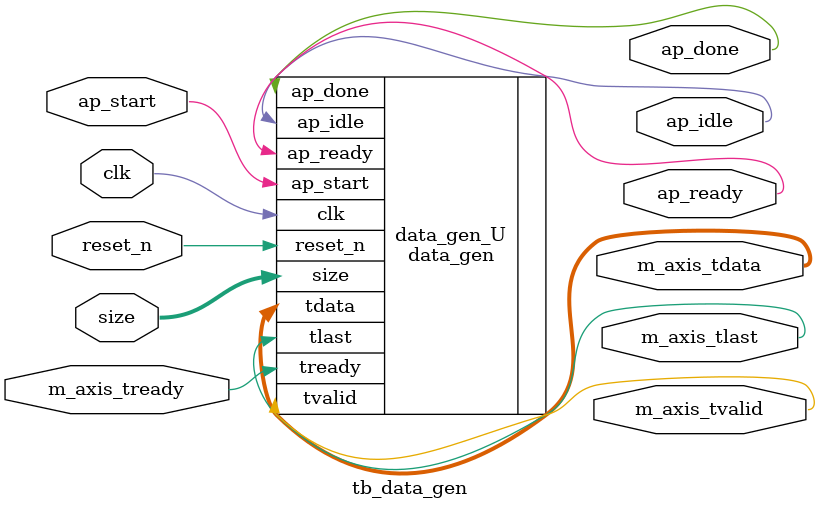
<source format=v>
`timescale 1 ns / 1 ps

module tb_data_gen # (
	parameter WIDTH = 8
)
(
	input wire clk,
	input wire reset_n,

	input [31:0] size,

	input ap_start,
	output reg ap_done,
	output reg ap_idle,
	output reg ap_ready,

	output reg [WIDTH-1:0] m_axis_tdata,
	output reg m_axis_tvalid,
	output reg m_axis_tlast,
	input m_axis_tready
);

data_gen #(
	.WIDTH(WIDTH)
)
data_gen_U (
	.clk(clk),
	.reset_n(reset_n),

	.size(size),
	.ap_start(ap_start),
	.ap_done(ap_done),
	.ap_idle(ap_idle),
	.ap_ready(ap_ready),

	.tdata(m_axis_tdata),
	.tvalid(m_axis_tvalid),
	.tlast(m_axis_tlast),
	.tready(m_axis_tready)
);

endmodule
</source>
